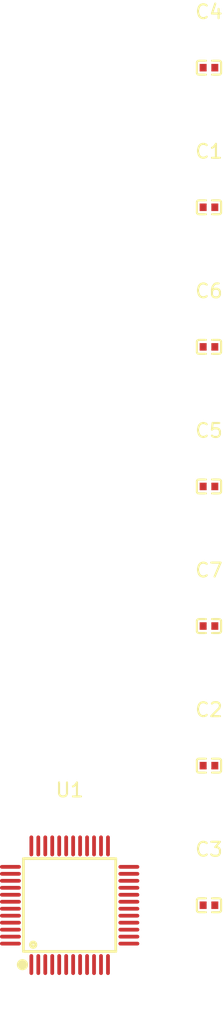
<source format=kicad_pcb>
(kicad_pcb (version 20241229) (generator "atopile") (generator_version "0.12.4")
  (layers (0 "F.Cu" signal) (31 "B.Cu" signal) (34 "B.Paste" user) (35 "F.Paste" user) (36 "B.SilkS" user "B.Silkscreen") (37 "F.SilkS" user "F.Silkscreen") (38 "B.Mask" user) (39 "F.Mask" user) (44 "Edge.Cuts" user))
  (net 1 "hv")
  (net 2 "vbat-hv")
  (net 3 "PA0_WKUP")
  (net 4 "11")
  (net 5 "usart2-TX")
  (net 6 "usart2-RX")
  (net 7 "14")
  (net 8 "config_pins[0]")
  (net 9 "config_pins[1]")
  (net 10 "config_pins[2]")
  (net 11 "18")
  (net 12 "19")
  (net 13 "PC13_TAMPER_RTC")
  (net 14 "20")
  (net 15 "SCL")
  (net 16 "SDA")
  (net 17 "25")
  (net 18 "spi[1]-SCLK")
  (net 19 "spi[1]-MISO")
  (net 20 "spi[1]-MOSI")
  (net 21 "29")
  (net 22 "XIN")
  (net 23 "TX")
  (net 24 "RX")
  (net 25 "DATA_N")
  (net 26 "DATA_P")
  (net 27 "DIO")
  (net 28 "CLK")
  (net 29 "38")
  (net 30 "SCLK")
  (net 31 "XOUT")
  (net 32 "MISO")
  (net 33 "MOSI")
  (net 34 "gpio_b[6]-config_pins[0]")
  (net 35 "gpio_b[7]-config_pins[1]")
  (net 36 "44")
  (net 37 "i2c[0]-SCL")
  (net 38 "i2c[0]-SDA")
  (net 39 "lv")
  (net 40 "hse-XIN")
  (net 41 "hse-XOUT")
  (net 42 "NRST")
  (footprint "STMicroelectronics_STM32F103C8T6:LQFP-48_L7.0-W7.0-P0.50-LS9.0-BL" (layer "F.Cu") (at 0 0 0)
    (property "Reference" "U1" (at 0 -8.25) (layer "F.SilkS"))
    (property "Value" "")
    (fp_line (start -2.89 -3.34) (end 3.31 -3.34) (stroke (width 0.2)) (layer "F.SilkS") (layers "F.SilkS"))
    (fp_line (start 3.31 -3.34) (end 3.31 3.31) (stroke (width 0.2)) (layer "F.SilkS") (layers "F.SilkS"))
    (fp_line (start 3.31 3.31) (end -3.32 3.31) (stroke (width 0.2)) (layer "F.SilkS") (layers "F.SilkS"))
    (fp_line (start -3.32 3.31) (end -3.32 -3.34) (stroke (width 0.2)) (layer "F.SilkS") (layers "F.SilkS"))
    (fp_line (start -3.32 -3.34) (end -2.56 -3.34) (stroke (width 0.2)) (layer "F.SilkS") (layers "F.SilkS"))
    (fp_arc (start -3.38 4.06) (mid -3.3949883 4.4601877) (end -3.3900265 4.0597502) (stroke (width 0.4)) (layer "F.SilkS"))
    (fp_circle (center -2.62 2.83) (end -2.45 2.83) (stroke (width 0.25)) (layer "F.SilkS"))
    (pad "1" smd oval (at -2.75 4.25 0) (size 0.27 1.5) (layers "F.Cu" "F.Paste" "F.Mask") (net 2 "vbat-hv"))
    (pad "2" smd oval (at -2.25 4.25 0) (size 0.27 1.5) (layers "F.Cu" "F.Paste" "F.Mask") (net 13 "PC13_TAMPER_RTC"))
    (pad "3" smd oval (at -1.75 4.25 0) (size 0.27 1.5) (layers "F.Cu" "F.Paste" "F.Mask") (net 22 "XIN"))
    (pad "4" smd oval (at -1.25 4.25 0) (size 0.27 1.5) (layers "F.Cu" "F.Paste" "F.Mask") (net 31 "XOUT"))
    (pad "5" smd oval (at -0.75 4.25 0) (size 0.27 1.5) (layers "F.Cu" "F.Paste" "F.Mask") (net 40 "hse-XIN"))
    (pad "6" smd oval (at -0.25 4.25 0) (size 0.27 1.5) (layers "F.Cu" "F.Paste" "F.Mask") (net 41 "hse-XOUT"))
    (pad "7" smd oval (at 0.25 4.25 0) (size 0.27 1.5) (layers "F.Cu" "F.Paste" "F.Mask") (net 42 "NRST"))
    (pad "8" smd oval (at 0.75 4.25 0) (size 0.27 1.5) (layers "F.Cu" "F.Paste" "F.Mask") (net 39 "lv"))
    (pad "9" smd oval (at 1.25 4.25 0) (size 0.27 1.5) (layers "F.Cu" "F.Paste" "F.Mask") (net 1 "hv"))
    (pad "10" smd oval (at 1.75 4.25 0) (size 0.27 1.5) (layers "F.Cu" "F.Paste" "F.Mask") (net 3 "PA0_WKUP"))
    (pad "11" smd oval (at 2.25 4.25 0) (size 0.27 1.5) (layers "F.Cu" "F.Paste" "F.Mask") (net 4 "11"))
    (pad "12" smd oval (at 2.75 4.25 0) (size 0.27 1.5) (layers "F.Cu" "F.Paste" "F.Mask") (net 5 "usart2-TX"))
    (pad "13" smd oval (at 4.25 2.75 0) (size 1.5 0.27) (layers "F.Cu" "F.Paste" "F.Mask") (net 6 "usart2-RX"))
    (pad "14" smd oval (at 4.25 2.25 0) (size 1.5 0.27) (layers "F.Cu" "F.Paste" "F.Mask") (net 7 "14"))
    (pad "15" smd oval (at 4.25 1.75 0) (size 1.5 0.27) (layers "F.Cu" "F.Paste" "F.Mask") (net 8 "config_pins[0]"))
    (pad "16" smd oval (at 4.25 1.25 0) (size 1.5 0.27) (layers "F.Cu" "F.Paste" "F.Mask") (net 9 "config_pins[1]"))
    (pad "17" smd oval (at 4.25 0.75 0) (size 1.5 0.27) (layers "F.Cu" "F.Paste" "F.Mask") (net 10 "config_pins[2]"))
    (pad "18" smd oval (at 4.25 0.25 0) (size 1.5 0.27) (layers "F.Cu" "F.Paste" "F.Mask") (net 11 "18"))
    (pad "19" smd oval (at 4.25 -0.25 0) (size 1.5 0.27) (layers "F.Cu" "F.Paste" "F.Mask") (net 12 "19"))
    (pad "20" smd oval (at 4.25 -0.75 0) (size 1.5 0.27) (layers "F.Cu" "F.Paste" "F.Mask") (net 14 "20"))
    (pad "21" smd oval (at 4.25 -1.25 0) (size 1.5 0.27) (layers "F.Cu" "F.Paste" "F.Mask") (net 15 "SCL"))
    (pad "22" smd oval (at 4.25 -1.75 0) (size 1.5 0.27) (layers "F.Cu" "F.Paste" "F.Mask") (net 16 "SDA"))
    (pad "23" smd oval (at 4.25 -2.25 0) (size 1.5 0.27) (layers "F.Cu" "F.Paste" "F.Mask") (net 39 "lv"))
    (pad "24" smd oval (at 4.25 -2.75 0) (size 1.5 0.27) (layers "F.Cu" "F.Paste" "F.Mask") (net 1 "hv"))
    (pad "25" smd oval (at 2.75 -4.25 0) (size 0.27 1.5) (layers "F.Cu" "F.Paste" "F.Mask") (net 17 "25"))
    (pad "26" smd oval (at 2.25 -4.25 0) (size 0.27 1.5) (layers "F.Cu" "F.Paste" "F.Mask") (net 18 "spi[1]-SCLK"))
    (pad "27" smd oval (at 1.75 -4.25 0) (size 0.27 1.5) (layers "F.Cu" "F.Paste" "F.Mask") (net 19 "spi[1]-MISO"))
    (pad "28" smd oval (at 1.25 -4.25 0) (size 0.27 1.5) (layers "F.Cu" "F.Paste" "F.Mask") (net 20 "spi[1]-MOSI"))
    (pad "29" smd oval (at 0.75 -4.25 0) (size 0.27 1.5) (layers "F.Cu" "F.Paste" "F.Mask") (net 21 "29"))
    (pad "30" smd oval (at 0.25 -4.25 0) (size 0.27 1.5) (layers "F.Cu" "F.Paste" "F.Mask") (net 23 "TX"))
    (pad "31" smd oval (at -0.25 -4.25 0) (size 0.27 1.5) (layers "F.Cu" "F.Paste" "F.Mask") (net 24 "RX"))
    (pad "32" smd oval (at -0.75 -4.25 0) (size 0.27 1.5) (layers "F.Cu" "F.Paste" "F.Mask") (net 25 "DATA_N"))
    (pad "33" smd oval (at -1.25 -4.25 0) (size 0.27 1.5) (layers "F.Cu" "F.Paste" "F.Mask") (net 26 "DATA_P"))
    (pad "34" smd oval (at -1.75 -4.25 0) (size 0.27 1.5) (layers "F.Cu" "F.Paste" "F.Mask") (net 27 "DIO"))
    (pad "35" smd oval (at -2.25 -4.25 0) (size 0.27 1.5) (layers "F.Cu" "F.Paste" "F.Mask") (net 39 "lv"))
    (pad "36" smd oval (at -2.75 -4.25 0) (size 0.27 1.5) (layers "F.Cu" "F.Paste" "F.Mask") (net 1 "hv"))
    (pad "37" smd oval (at -4.25 -2.75 0) (size 1.5 0.27) (layers "F.Cu" "F.Paste" "F.Mask") (net 28 "CLK"))
    (pad "38" smd oval (at -4.25 -2.25 0) (size 1.5 0.27) (layers "F.Cu" "F.Paste" "F.Mask") (net 29 "38"))
    (pad "39" smd oval (at -4.25 -1.75 0) (size 1.5 0.27) (layers "F.Cu" "F.Paste" "F.Mask") (net 30 "SCLK"))
    (pad "40" smd oval (at -4.25 -1.25 0) (size 1.5 0.27) (layers "F.Cu" "F.Paste" "F.Mask") (net 32 "MISO"))
    (pad "41" smd oval (at -4.25 -0.75 0) (size 1.5 0.27) (layers "F.Cu" "F.Paste" "F.Mask") (net 33 "MOSI"))
    (pad "42" smd oval (at -4.25 -0.25 0) (size 1.5 0.27) (layers "F.Cu" "F.Paste" "F.Mask") (net 34 "gpio_b[6]-config_pins[0]"))
    (pad "43" smd oval (at -4.25 0.25 0) (size 1.5 0.27) (layers "F.Cu" "F.Paste" "F.Mask") (net 35 "gpio_b[7]-config_pins[1]"))
    (pad "44" smd oval (at -4.25 0.75 0) (size 1.5 0.27) (layers "F.Cu" "F.Paste" "F.Mask") (net 36 "44"))
    (pad "45" smd oval (at -4.25 1.25 0) (size 1.5 0.27) (layers "F.Cu" "F.Paste" "F.Mask") (net 37 "i2c[0]-SCL"))
    (pad "46" smd oval (at -4.25 1.75 0) (size 1.5 0.27) (layers "F.Cu" "F.Paste" "F.Mask") (net 38 "i2c[0]-SDA"))
    (pad "47" smd oval (at -4.25 2.25 0) (size 1.5 0.27) (layers "F.Cu" "F.Paste" "F.Mask") (net 39 "lv"))
    (pad "48" smd oval (at -4.25 2.75 0) (size 1.5 0.27) (layers "F.Cu" "F.Paste" "F.Mask") (net 1 "hv"))
  )
  (footprint "Samsung_Electro_Mechanics_CL05B104KO5NNNC:C0402" (layer "F.Cu") (at 10 0 0)
    (property "Reference" "C3" (at 0 -4) (layer "F.SilkS"))
    (property "Value" "0F")
    (fp_line (start -0.72 -0.5) (end -0.22 -0.5) (stroke (width 0.15)) (layer "F.SilkS") (layers "F.SilkS"))
    (fp_line (start -0.87 0.35) (end -0.87 -0.35) (stroke (width 0.15)) (layer "F.SilkS") (layers "F.SilkS"))
    (fp_line (start -0.22 0.5) (end -0.72 0.5) (stroke (width 0.15)) (layer "F.SilkS") (layers "F.SilkS"))
    (fp_line (start 0.72 0.5) (end 0.22 0.5) (stroke (width 0.15)) (layer "F.SilkS") (layers "F.SilkS"))
    (fp_line (start 0.22 -0.5) (end 0.72 -0.5) (stroke (width 0.15)) (layer "F.SilkS") (layers "F.SilkS"))
    (fp_line (start 0.87 -0.35) (end 0.87 0.35) (stroke (width 0.15)) (layer "F.SilkS") (layers "F.SilkS"))
    (fp_arc (start 0.87 -0.35) (mid 0.826066 -0.456066) (end 0.72 -0.5) (stroke (width 0.15)) (layer "F.SilkS"))
    (fp_arc (start 0.72 0.5) (mid 0.826066 0.456066) (end 0.87 0.35) (stroke (width 0.15)) (layer "F.SilkS"))
    (fp_arc (start -0.87 0.35) (mid -0.826066 0.456066) (end -0.72 0.5) (stroke (width 0.15)) (layer "F.SilkS"))
    (fp_arc (start -0.72 -0.5) (mid -0.826066 -0.456066) (end -0.87 -0.35) (stroke (width 0.15)) (layer "F.SilkS"))
    (pad "2" smd rect (at 0.42 0 0) (size 0.5 0.54) (layers "F.Cu" "F.Paste" "F.Mask") (net 39 "lv"))
    (pad "1" smd rect (at -0.42 0 0) (size 0.5 0.54) (layers "F.Cu" "F.Paste" "F.Mask") (net 1 "hv"))
  )
  (footprint "Samsung_Electro_Mechanics_CL05B104KO5NNNC:C0402" (layer "F.Cu") (at 10 -10 0)
    (property "Reference" "C2" (at 0 -4) (layer "F.SilkS"))
    (property "Value" "0F")
    (fp_line (start -0.72 -0.5) (end -0.22 -0.5) (stroke (width 0.15)) (layer "F.SilkS") (layers "F.SilkS"))
    (fp_line (start -0.87 0.35) (end -0.87 -0.35) (stroke (width 0.15)) (layer "F.SilkS") (layers "F.SilkS"))
    (fp_line (start -0.22 0.5) (end -0.72 0.5) (stroke (width 0.15)) (layer "F.SilkS") (layers "F.SilkS"))
    (fp_line (start 0.72 0.5) (end 0.22 0.5) (stroke (width 0.15)) (layer "F.SilkS") (layers "F.SilkS"))
    (fp_line (start 0.22 -0.5) (end 0.72 -0.5) (stroke (width 0.15)) (layer "F.SilkS") (layers "F.SilkS"))
    (fp_line (start 0.87 -0.35) (end 0.87 0.35) (stroke (width 0.15)) (layer "F.SilkS") (layers "F.SilkS"))
    (fp_arc (start 0.87 -0.35) (mid 0.826066 -0.456066) (end 0.72 -0.5) (stroke (width 0.15)) (layer "F.SilkS"))
    (fp_arc (start 0.72 0.5) (mid 0.826066 0.456066) (end 0.87 0.35) (stroke (width 0.15)) (layer "F.SilkS"))
    (fp_arc (start -0.87 0.35) (mid -0.826066 0.456066) (end -0.72 0.5) (stroke (width 0.15)) (layer "F.SilkS"))
    (fp_arc (start -0.72 -0.5) (mid -0.826066 -0.456066) (end -0.87 -0.35) (stroke (width 0.15)) (layer "F.SilkS"))
    (pad "2" smd rect (at 0.42 0 0) (size 0.5 0.54) (layers "F.Cu" "F.Paste" "F.Mask") (net 39 "lv"))
    (pad "1" smd rect (at -0.42 0 0) (size 0.5 0.54) (layers "F.Cu" "F.Paste" "F.Mask") (net 1 "hv"))
  )
  (footprint "Samsung_Electro_Mechanics_CL05B104KO5NNNC:C0402" (layer "F.Cu") (at 10 -20 0)
    (property "Reference" "C7" (at 0 -4) (layer "F.SilkS"))
    (property "Value" "0F")
    (fp_line (start -0.72 -0.5) (end -0.22 -0.5) (stroke (width 0.15)) (layer "F.SilkS") (layers "F.SilkS"))
    (fp_line (start -0.87 0.35) (end -0.87 -0.35) (stroke (width 0.15)) (layer "F.SilkS") (layers "F.SilkS"))
    (fp_line (start -0.22 0.5) (end -0.72 0.5) (stroke (width 0.15)) (layer "F.SilkS") (layers "F.SilkS"))
    (fp_line (start 0.72 0.5) (end 0.22 0.5) (stroke (width 0.15)) (layer "F.SilkS") (layers "F.SilkS"))
    (fp_line (start 0.22 -0.5) (end 0.72 -0.5) (stroke (width 0.15)) (layer "F.SilkS") (layers "F.SilkS"))
    (fp_line (start 0.87 -0.35) (end 0.87 0.35) (stroke (width 0.15)) (layer "F.SilkS") (layers "F.SilkS"))
    (fp_arc (start 0.87 -0.35) (mid 0.826066 -0.456066) (end 0.72 -0.5) (stroke (width 0.15)) (layer "F.SilkS"))
    (fp_arc (start 0.72 0.5) (mid 0.826066 0.456066) (end 0.87 0.35) (stroke (width 0.15)) (layer "F.SilkS"))
    (fp_arc (start -0.87 0.35) (mid -0.826066 0.456066) (end -0.72 0.5) (stroke (width 0.15)) (layer "F.SilkS"))
    (fp_arc (start -0.72 -0.5) (mid -0.826066 -0.456066) (end -0.87 -0.35) (stroke (width 0.15)) (layer "F.SilkS"))
    (pad "2" smd rect (at 0.42 0 0) (size 0.5 0.54) (layers "F.Cu" "F.Paste" "F.Mask") (net 39 "lv"))
    (pad "1" smd rect (at -0.42 0 0) (size 0.5 0.54) (layers "F.Cu" "F.Paste" "F.Mask") (net 2 "vbat-hv"))
  )
  (footprint "Samsung_Electro_Mechanics_CL05A105KA5NQNC:C0402" (layer "F.Cu") (at 10 -30 0)
    (property "Reference" "C5" (at 0 -4) (layer "F.SilkS"))
    (property "Value" "0F")
    (fp_line (start -0.72 -0.5) (end -0.22 -0.5) (stroke (width 0.15)) (layer "F.SilkS") (layers "F.SilkS"))
    (fp_line (start -0.87 0.35) (end -0.87 -0.35) (stroke (width 0.15)) (layer "F.SilkS") (layers "F.SilkS"))
    (fp_line (start -0.22 0.5) (end -0.72 0.5) (stroke (width 0.15)) (layer "F.SilkS") (layers "F.SilkS"))
    (fp_line (start 0.72 0.5) (end 0.22 0.5) (stroke (width 0.15)) (layer "F.SilkS") (layers "F.SilkS"))
    (fp_line (start 0.22 -0.5) (end 0.72 -0.5) (stroke (width 0.15)) (layer "F.SilkS") (layers "F.SilkS"))
    (fp_line (start 0.87 -0.35) (end 0.87 0.35) (stroke (width 0.15)) (layer "F.SilkS") (layers "F.SilkS"))
    (fp_arc (start 0.87 -0.35) (mid 0.826066 -0.456066) (end 0.72 -0.5) (stroke (width 0.15)) (layer "F.SilkS"))
    (fp_arc (start 0.72 0.5) (mid 0.826066 0.456066) (end 0.87 0.35) (stroke (width 0.15)) (layer "F.SilkS"))
    (fp_arc (start -0.87 0.35) (mid -0.826066 0.456066) (end -0.72 0.5) (stroke (width 0.15)) (layer "F.SilkS"))
    (fp_arc (start -0.72 -0.5) (mid -0.826066 -0.456066) (end -0.87 -0.35) (stroke (width 0.15)) (layer "F.SilkS"))
    (pad "2" smd rect (at 0.42 0 0) (size 0.5 0.54) (layers "F.Cu" "F.Paste" "F.Mask") (net 39 "lv"))
    (pad "1" smd rect (at -0.42 0 0) (size 0.5 0.54) (layers "F.Cu" "F.Paste" "F.Mask") (net 1 "hv"))
  )
  (footprint "Samsung_Electro_Mechanics_CL05B104KO5NNNC:C0402" (layer "F.Cu") (at 10 -40 0)
    (property "Reference" "C6" (at 0 -4) (layer "F.SilkS"))
    (property "Value" "0F")
    (fp_line (start -0.72 -0.5) (end -0.22 -0.5) (stroke (width 0.15)) (layer "F.SilkS") (layers "F.SilkS"))
    (fp_line (start -0.87 0.35) (end -0.87 -0.35) (stroke (width 0.15)) (layer "F.SilkS") (layers "F.SilkS"))
    (fp_line (start -0.22 0.5) (end -0.72 0.5) (stroke (width 0.15)) (layer "F.SilkS") (layers "F.SilkS"))
    (fp_line (start 0.72 0.5) (end 0.22 0.5) (stroke (width 0.15)) (layer "F.SilkS") (layers "F.SilkS"))
    (fp_line (start 0.22 -0.5) (end 0.72 -0.5) (stroke (width 0.15)) (layer "F.SilkS") (layers "F.SilkS"))
    (fp_line (start 0.87 -0.35) (end 0.87 0.35) (stroke (width 0.15)) (layer "F.SilkS") (layers "F.SilkS"))
    (fp_arc (start 0.87 -0.35) (mid 0.826066 -0.456066) (end 0.72 -0.5) (stroke (width 0.15)) (layer "F.SilkS"))
    (fp_arc (start 0.72 0.5) (mid 0.826066 0.456066) (end 0.87 0.35) (stroke (width 0.15)) (layer "F.SilkS"))
    (fp_arc (start -0.87 0.35) (mid -0.826066 0.456066) (end -0.72 0.5) (stroke (width 0.15)) (layer "F.SilkS"))
    (fp_arc (start -0.72 -0.5) (mid -0.826066 -0.456066) (end -0.87 -0.35) (stroke (width 0.15)) (layer "F.SilkS"))
    (pad "2" smd rect (at 0.42 0 0) (size 0.5 0.54) (layers "F.Cu" "F.Paste" "F.Mask") (net 39 "lv"))
    (pad "1" smd rect (at -0.42 0 0) (size 0.5 0.54) (layers "F.Cu" "F.Paste" "F.Mask") (net 1 "hv"))
  )
  (footprint "Samsung_Electro_Mechanics_CL05A475MP5NRNC:C0402" (layer "F.Cu") (at 10 -50 0)
    (property "Reference" "C1" (at 0 -4) (layer "F.SilkS"))
    (property "Value" "0F")
    (fp_line (start -0.72 -0.5) (end -0.22 -0.5) (stroke (width 0.15)) (layer "F.SilkS") (layers "F.SilkS"))
    (fp_line (start -0.87 0.35) (end -0.87 -0.35) (stroke (width 0.15)) (layer "F.SilkS") (layers "F.SilkS"))
    (fp_line (start -0.22 0.5) (end -0.72 0.5) (stroke (width 0.15)) (layer "F.SilkS") (layers "F.SilkS"))
    (fp_line (start 0.72 0.5) (end 0.22 0.5) (stroke (width 0.15)) (layer "F.SilkS") (layers "F.SilkS"))
    (fp_line (start 0.22 -0.5) (end 0.72 -0.5) (stroke (width 0.15)) (layer "F.SilkS") (layers "F.SilkS"))
    (fp_line (start 0.87 -0.35) (end 0.87 0.35) (stroke (width 0.15)) (layer "F.SilkS") (layers "F.SilkS"))
    (fp_arc (start 0.87 -0.35) (mid 0.826066 -0.456066) (end 0.72 -0.5) (stroke (width 0.15)) (layer "F.SilkS"))
    (fp_arc (start 0.72 0.5) (mid 0.826066 0.456066) (end 0.87 0.35) (stroke (width 0.15)) (layer "F.SilkS"))
    (fp_arc (start -0.87 0.35) (mid -0.826066 0.456066) (end -0.72 0.5) (stroke (width 0.15)) (layer "F.SilkS"))
    (fp_arc (start -0.72 -0.5) (mid -0.826066 -0.456066) (end -0.87 -0.35) (stroke (width 0.15)) (layer "F.SilkS"))
    (pad "2" smd rect (at 0.42 0 0) (size 0.5 0.54) (layers "F.Cu" "F.Paste" "F.Mask") (net 39 "lv"))
    (pad "1" smd rect (at -0.42 0 0) (size 0.5 0.54) (layers "F.Cu" "F.Paste" "F.Mask") (net 1 "hv"))
  )
  (footprint "Samsung_Electro_Mechanics_CL05B104KO5NNNC:C0402" (layer "F.Cu") (at 10 -60 0)
    (property "Reference" "C4" (at 0 -4) (layer "F.SilkS"))
    (property "Value" "0F")
    (fp_line (start -0.72 -0.5) (end -0.22 -0.5) (stroke (width 0.15)) (layer "F.SilkS") (layers "F.SilkS"))
    (fp_line (start -0.87 0.35) (end -0.87 -0.35) (stroke (width 0.15)) (layer "F.SilkS") (layers "F.SilkS"))
    (fp_line (start -0.22 0.5) (end -0.72 0.5) (stroke (width 0.15)) (layer "F.SilkS") (layers "F.SilkS"))
    (fp_line (start 0.72 0.5) (end 0.22 0.5) (stroke (width 0.15)) (layer "F.SilkS") (layers "F.SilkS"))
    (fp_line (start 0.22 -0.5) (end 0.72 -0.5) (stroke (width 0.15)) (layer "F.SilkS") (layers "F.SilkS"))
    (fp_line (start 0.87 -0.35) (end 0.87 0.35) (stroke (width 0.15)) (layer "F.SilkS") (layers "F.SilkS"))
    (fp_arc (start 0.87 -0.35) (mid 0.826066 -0.456066) (end 0.72 -0.5) (stroke (width 0.15)) (layer "F.SilkS"))
    (fp_arc (start 0.72 0.5) (mid 0.826066 0.456066) (end 0.87 0.35) (stroke (width 0.15)) (layer "F.SilkS"))
    (fp_arc (start -0.87 0.35) (mid -0.826066 0.456066) (end -0.72 0.5) (stroke (width 0.15)) (layer "F.SilkS"))
    (fp_arc (start -0.72 -0.5) (mid -0.826066 -0.456066) (end -0.87 -0.35) (stroke (width 0.15)) (layer "F.SilkS"))
    (pad "2" smd rect (at 0.42 0 0) (size 0.5 0.54) (layers "F.Cu" "F.Paste" "F.Mask") (net 39 "lv"))
    (pad "1" smd rect (at -0.42 0 0) (size 0.5 0.54) (layers "F.Cu" "F.Paste" "F.Mask") (net 1 "hv"))
  )
)
</source>
